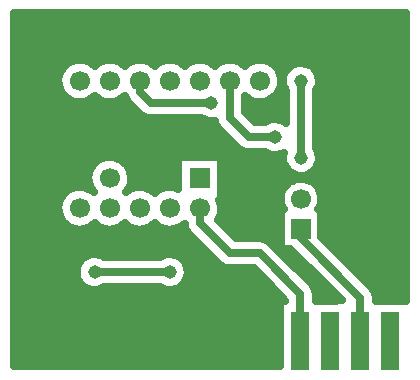
<source format=gbr>
G04 DipTrace 2.4.0.2*
%INTop.gbr*%
%MOMM*%
%ADD13C,0.305*%
%ADD14C,0.66*%
%ADD15C,0.635*%
%ADD16R,1.5X5.0*%
%ADD17R,1.7X1.7*%
%ADD18C,1.7*%
%ADD19C,1.143*%
%FSLAX53Y53*%
G04*
G71*
G90*
G75*
G01*
%LNTop*%
%LPD*%
X14396Y12539D2*
D13*
X14444D1*
X16936D1*
X19476D1*
X27096D2*
X29636D1*
X24556D2*
X27096D1*
X22016D2*
X24556D1*
X19476D2*
X22016D1*
X16936D2*
D3*
X29636D2*
Y12640D1*
X29736Y12539D1*
X32176D1*
X11856D2*
Y12638D1*
X11955Y12539D1*
X14396D1*
X14444D2*
D14*
X14281Y12702D1*
Y16984D1*
X27145Y32701D2*
X22065D1*
X21113Y33654D1*
Y34606D1*
X28733D2*
Y31431D1*
X30320Y29844D1*
X32542D1*
X34765Y22065D2*
Y21271D1*
X39796Y16241D1*
Y12539D1*
X23653Y18414D2*
X17302D1*
X34716Y12539D2*
Y16558D1*
X31272Y20001D1*
X28732D1*
X26193Y22541D1*
Y23811D1*
X34765Y34606D2*
Y28098D1*
D19*
X27145Y32701D3*
X32542Y29844D3*
X23653Y18414D3*
X17302D3*
X34765Y34606D3*
Y28098D3*
X14286Y20001D3*
X29367Y16826D3*
X26192Y20001D3*
X31907Y16826D3*
X14281Y16984D3*
X29367Y23811D3*
X42703Y18096D3*
Y22859D3*
Y27939D3*
Y32384D3*
Y36194D3*
X39051Y38575D3*
X34606D3*
X33654Y20001D3*
X32384Y23811D3*
X16032Y28891D3*
X19843D3*
X23653D3*
X26986D3*
X12381Y37305D3*
Y34448D3*
X10508Y39721D2*
D15*
X43624D1*
X10508Y39090D2*
X43624D1*
X10508Y38458D2*
X43624D1*
X10508Y37826D2*
X43624D1*
X10508Y37195D2*
X43624D1*
X10508Y36563D2*
X43624D1*
X10508Y35931D2*
X14752D1*
X32559D2*
X33950D1*
X35586D2*
X43624D1*
X10508Y35300D2*
X14305D1*
X32996D2*
X33345D1*
X36181D2*
X43624D1*
X10508Y34668D2*
X14166D1*
X36350D2*
X43624D1*
X10508Y34036D2*
X14255D1*
X33046D2*
X33286D1*
X36240D2*
X43624D1*
X10508Y33405D2*
X14623D1*
X32678D2*
X33415D1*
X36111D2*
X43624D1*
X10508Y32773D2*
X20119D1*
X30079D2*
X33415D1*
X36111D2*
X43624D1*
X10508Y32141D2*
X20744D1*
X30079D2*
X33415D1*
X36111D2*
X43624D1*
X10508Y31510D2*
X21528D1*
X30535D2*
X33415D1*
X36111D2*
X43624D1*
X10508Y30878D2*
X27511D1*
X36111D2*
X43624D1*
X10508Y30246D2*
X28037D1*
X36111D2*
X43624D1*
X10508Y29615D2*
X28672D1*
X36111D2*
X43624D1*
X10508Y28983D2*
X29307D1*
X36111D2*
X43624D1*
X10508Y28351D2*
X32174D1*
X32917D2*
X33206D1*
X36330D2*
X43624D1*
X10508Y27720D2*
X17331D1*
X19810D2*
X24326D1*
X28055D2*
X33226D1*
X36310D2*
X43624D1*
X10508Y27088D2*
X16865D1*
X20286D2*
X24326D1*
X28055D2*
X33563D1*
X35972D2*
X43624D1*
X10508Y26456D2*
X16706D1*
X20435D2*
X24326D1*
X28055D2*
X43624D1*
X10508Y25825D2*
X16786D1*
X20355D2*
X24326D1*
X28055D2*
X33514D1*
X36012D2*
X43624D1*
X10508Y25193D2*
X14811D1*
X28055D2*
X33107D1*
X36429D2*
X43624D1*
X10508Y24561D2*
X14335D1*
X28055D2*
X32998D1*
X36528D2*
X43624D1*
X10508Y23930D2*
X14166D1*
X28055D2*
X33137D1*
X36389D2*
X43624D1*
X10508Y23298D2*
X14246D1*
X27985D2*
X32998D1*
X36528D2*
X43624D1*
X10508Y22666D2*
X14573D1*
X27946D2*
X32998D1*
X36528D2*
X43624D1*
X10508Y22035D2*
X15664D1*
X16397D2*
X18204D1*
X18937D2*
X20744D1*
X21477D2*
X23284D1*
X24017D2*
X24951D1*
X28581D2*
X32998D1*
X36528D2*
X43624D1*
X10508Y21403D2*
X25457D1*
X29206D2*
X32998D1*
X36528D2*
X43624D1*
X10508Y20771D2*
X26082D1*
X32381D2*
X32998D1*
X37143D2*
X43624D1*
X10508Y20140D2*
X26717D1*
X33016D2*
X34020D1*
X37778D2*
X43624D1*
X10508Y19508D2*
X16180D1*
X24781D2*
X27352D1*
X33641D2*
X34655D1*
X38403D2*
X43624D1*
X10508Y18876D2*
X15783D1*
X25168D2*
X28057D1*
X34276D2*
X35280D1*
X39038D2*
X43624D1*
X10508Y18245D2*
X15724D1*
X25227D2*
X31152D1*
X34911D2*
X35915D1*
X39673D2*
X43624D1*
X10508Y17613D2*
X15942D1*
X25009D2*
X31787D1*
X35536D2*
X36550D1*
X40298D2*
X43624D1*
X10508Y16981D2*
X16716D1*
X17885D2*
X23066D1*
X24235D2*
X32413D1*
X35992D2*
X37175D1*
X40904D2*
X43624D1*
X10508Y16350D2*
X33048D1*
X36062D2*
X37810D1*
X41142D2*
X43624D1*
X10508Y15718D2*
X32948D1*
X10508Y15086D2*
X32948D1*
X10508Y14455D2*
X32948D1*
X10508Y13823D2*
X32948D1*
X10508Y13191D2*
X32948D1*
X10508Y12560D2*
X32948D1*
X10508Y11928D2*
X32948D1*
X10508Y11296D2*
X32948D1*
X10508Y10665D2*
X32948D1*
X41079Y15992D2*
X43679D1*
X43687Y18064D1*
Y40353D1*
X10444D1*
Y10444D1*
X33017D1*
X33013Y15992D1*
X33439D1*
X33135Y16324D1*
X30742Y18717D1*
X28732Y18718D1*
X28418Y18757D1*
X28123Y18872D1*
X27825Y19094D1*
X25285Y21634D1*
X25091Y21884D1*
X24963Y22174D1*
X24911Y22496D1*
X24539Y22241D1*
X24250Y22110D1*
X23943Y22032D1*
X23627Y22009D1*
X23312Y22041D1*
X23007Y22128D1*
X22722Y22267D1*
X22390Y22533D1*
X21999Y22241D1*
X21710Y22110D1*
X21403Y22032D1*
X21087Y22009D1*
X20772Y22041D1*
X20467Y22128D1*
X20182Y22267D1*
X19850Y22533D1*
X19459Y22241D1*
X19170Y22110D1*
X18863Y22032D1*
X18547Y22009D1*
X18232Y22041D1*
X17927Y22128D1*
X17642Y22267D1*
X17310Y22533D1*
X16919Y22241D1*
X16630Y22110D1*
X16323Y22032D1*
X16007Y22009D1*
X15692Y22041D1*
X15387Y22128D1*
X15102Y22267D1*
X14846Y22454D1*
X14626Y22683D1*
X14450Y22947D1*
X14323Y23237D1*
X14249Y23546D1*
X14230Y23862D1*
X14267Y24177D1*
X14359Y24481D1*
X14502Y24764D1*
X14692Y25017D1*
X14924Y25233D1*
X15191Y25406D1*
X15483Y25528D1*
X15792Y25598D1*
X16109Y25613D1*
X16423Y25571D1*
X16726Y25476D1*
X17007Y25328D1*
X17218Y25165D1*
X16990Y25487D1*
X16863Y25777D1*
X16789Y26086D1*
X16770Y26402D1*
X16807Y26717D1*
X16899Y27021D1*
X17042Y27304D1*
X17232Y27557D1*
X17464Y27773D1*
X17731Y27946D1*
X18023Y28068D1*
X18332Y28138D1*
X18649Y28153D1*
X18963Y28111D1*
X19266Y28016D1*
X19547Y27868D1*
X19797Y27674D1*
X20010Y27439D1*
X20179Y27171D1*
X20297Y26876D1*
X20363Y26566D1*
X20375Y26351D1*
X20348Y26035D1*
X20265Y25729D1*
X20130Y25442D1*
X19952Y25192D1*
X20271Y25406D1*
X20563Y25528D1*
X20872Y25598D1*
X21189Y25613D1*
X21503Y25571D1*
X21806Y25476D1*
X22087Y25328D1*
X22384Y25083D1*
X22544Y25233D1*
X22811Y25406D1*
X23103Y25528D1*
X23412Y25598D1*
X23729Y25613D1*
X24043Y25571D1*
X24390Y25453D1*
Y28154D1*
X27995D1*
Y24548D1*
X27847D1*
X27983Y24026D1*
X27995Y23811D1*
X27968Y23495D1*
X27885Y23189D1*
X27709Y22846D1*
X29268Y21281D1*
X31272Y21284D1*
X31587Y21245D1*
X31882Y21130D1*
X32180Y20909D1*
X35623Y17465D1*
X35818Y17216D1*
X35945Y16926D1*
X35999Y16558D1*
Y15993D1*
X36419Y15982D1*
X37458Y15992D1*
X38215Y16007D1*
X33861Y20361D1*
X33062Y20362D1*
Y23768D1*
X33290D1*
X33162Y24029D1*
X33083Y24336D1*
X33063Y24653D1*
X33101Y24967D1*
X33197Y25270D1*
X33347Y25549D1*
X33547Y25795D1*
X33789Y26000D1*
X34064Y26157D1*
X34364Y26260D1*
X34678Y26306D1*
X34995Y26292D1*
X35303Y26221D1*
X35594Y26093D1*
X35855Y25913D1*
X36079Y25689D1*
X36257Y25426D1*
X36383Y25136D1*
X36453Y24827D1*
X36468Y24605D1*
X36438Y24289D1*
X36351Y23985D1*
X36240Y23763D1*
X36468Y23768D1*
Y21377D1*
X40703Y17148D1*
X40898Y16898D1*
X41025Y16608D1*
X41079Y16241D1*
Y15993D1*
X41499Y15982D1*
X33048Y34290D2*
X32965Y33984D1*
X32830Y33697D1*
X32646Y33439D1*
X32420Y33216D1*
X32159Y33036D1*
X31870Y32905D1*
X31563Y32827D1*
X31247Y32804D1*
X30932Y32836D1*
X30627Y32923D1*
X30342Y33062D1*
X30010Y33328D1*
X30016Y31957D1*
X30854Y31125D1*
X31719Y31127D1*
X32036Y31282D1*
X32344Y31355D1*
X32661Y31364D1*
X32973Y31306D1*
X33266Y31185D1*
X33487Y31035D1*
X33482Y33783D1*
X33382Y33965D1*
X33279Y34265D1*
X33241Y34580D1*
X33268Y34895D1*
X33360Y35199D1*
X33513Y35476D1*
X33720Y35716D1*
X33972Y35908D1*
X34259Y36044D1*
X34567Y36118D1*
X34884Y36126D1*
X35195Y36069D1*
X35489Y35948D1*
X35750Y35769D1*
X35970Y35540D1*
X36137Y35271D1*
X36245Y34973D1*
X36289Y34606D1*
X36256Y34291D1*
X36159Y33989D1*
X36046Y33792D1*
X36048Y28921D1*
X36137Y28762D1*
X36245Y28464D1*
X36289Y28098D1*
X36256Y27782D1*
X36159Y27481D1*
X36001Y27206D1*
X35790Y26969D1*
X35535Y26782D1*
X35246Y26651D1*
X34937Y26583D1*
X34620Y26580D1*
X34309Y26643D1*
X34018Y26769D1*
X33760Y26952D1*
X33544Y27184D1*
X33382Y27457D1*
X33279Y27756D1*
X33241Y28071D1*
X33268Y28387D1*
X33311Y28529D1*
X33024Y28397D1*
X32714Y28329D1*
X32397Y28326D1*
X32087Y28389D1*
X31723Y28566D1*
X30320Y28561D1*
X30006Y28600D1*
X29711Y28715D1*
X29413Y28936D1*
X27825Y30524D1*
X27631Y30774D1*
X27502Y31074D1*
X27468Y31218D1*
X27317Y31187D1*
X27000Y31184D1*
X26689Y31247D1*
X26325Y31424D1*
X22065Y31418D1*
X21751Y31457D1*
X21456Y31572D1*
X21158Y31794D1*
X20205Y32746D1*
X20011Y32996D1*
X19882Y33296D1*
X19938Y33140D1*
X19720Y33216D1*
X19459Y33036D1*
X19170Y32905D1*
X18863Y32827D1*
X18547Y32804D1*
X18232Y32836D1*
X17927Y32923D1*
X17642Y33062D1*
X17310Y33328D1*
X16919Y33036D1*
X16630Y32905D1*
X16323Y32827D1*
X16007Y32804D1*
X15692Y32836D1*
X15387Y32923D1*
X15102Y33062D1*
X14846Y33249D1*
X14626Y33478D1*
X14450Y33742D1*
X14323Y34032D1*
X14249Y34341D1*
X14230Y34657D1*
X14267Y34972D1*
X14359Y35276D1*
X14502Y35559D1*
X14692Y35812D1*
X14924Y36028D1*
X15191Y36201D1*
X15483Y36323D1*
X15792Y36393D1*
X16109Y36408D1*
X16423Y36366D1*
X16726Y36271D1*
X17007Y36123D1*
X17304Y35878D1*
X17464Y36028D1*
X17731Y36201D1*
X18023Y36323D1*
X18332Y36393D1*
X18649Y36408D1*
X18963Y36366D1*
X19266Y36271D1*
X19547Y36123D1*
X19844Y35878D1*
X20004Y36028D1*
X20271Y36201D1*
X20563Y36323D1*
X20872Y36393D1*
X21189Y36408D1*
X21503Y36366D1*
X21806Y36271D1*
X22087Y36123D1*
X22384Y35878D1*
X22544Y36028D1*
X22811Y36201D1*
X23103Y36323D1*
X23412Y36393D1*
X23729Y36408D1*
X24043Y36366D1*
X24346Y36271D1*
X24627Y36123D1*
X24924Y35878D1*
X25084Y36028D1*
X25351Y36201D1*
X25643Y36323D1*
X25952Y36393D1*
X26269Y36408D1*
X26583Y36366D1*
X26886Y36271D1*
X27167Y36123D1*
X27464Y35878D1*
X27624Y36028D1*
X27891Y36201D1*
X28183Y36323D1*
X28492Y36393D1*
X28809Y36408D1*
X29123Y36366D1*
X29426Y36271D1*
X29707Y36123D1*
X30004Y35878D1*
X30164Y36028D1*
X30431Y36201D1*
X30723Y36323D1*
X31032Y36393D1*
X31349Y36408D1*
X31663Y36366D1*
X31966Y36271D1*
X32247Y36123D1*
X32497Y35929D1*
X32710Y35694D1*
X32879Y35426D1*
X32997Y35131D1*
X33063Y34821D1*
X33075Y34606D1*
X33048Y34290D1*
X22829Y17131D2*
X18126D1*
X17784Y16967D1*
X17474Y16899D1*
X17157Y16896D1*
X16847Y16959D1*
X16556Y17085D1*
X16297Y17268D1*
X16082Y17501D1*
X15919Y17773D1*
X15817Y18073D1*
X15778Y18387D1*
X15806Y18703D1*
X15898Y19006D1*
X16051Y19284D1*
X16258Y19524D1*
X16510Y19716D1*
X16796Y19852D1*
X17104Y19925D1*
X17421Y19934D1*
X17733Y19876D1*
X18026Y19755D1*
X18116Y19694D1*
X22829Y19697D1*
X23146Y19852D1*
X23454Y19925D1*
X23771Y19934D1*
X24083Y19876D1*
X24376Y19755D1*
X24638Y19577D1*
X24857Y19348D1*
X25024Y19079D1*
X25132Y18781D1*
X25177Y18414D1*
X25144Y18099D1*
X25047Y17797D1*
X24889Y17522D1*
X24678Y17286D1*
X24422Y17098D1*
X24134Y16967D1*
X23824Y16899D1*
X23507Y16896D1*
X23197Y16959D1*
X22833Y17136D1*
D16*
X42336Y12539D3*
X39796D3*
X37256D3*
X34716D3*
X32176D3*
X29636D3*
X27096D3*
X24556D3*
X22016D3*
X19476D3*
X16936D3*
X14396D3*
X11856D3*
D17*
X31273Y37146D3*
D18*
Y34606D3*
X28733Y37146D3*
Y34606D3*
X26193Y37146D3*
Y34606D3*
X23653Y37146D3*
Y34606D3*
X21113Y37146D3*
Y34606D3*
X18573Y37146D3*
Y34606D3*
X16033Y37146D3*
Y34606D3*
D17*
X26193Y26351D3*
D18*
Y23811D3*
X23653Y26351D3*
Y23811D3*
X21113Y26351D3*
Y23811D3*
X18573Y26351D3*
Y23811D3*
X16032Y26351D3*
Y23811D3*
D17*
X34765Y22065D3*
D18*
Y24605D3*
M02*

</source>
